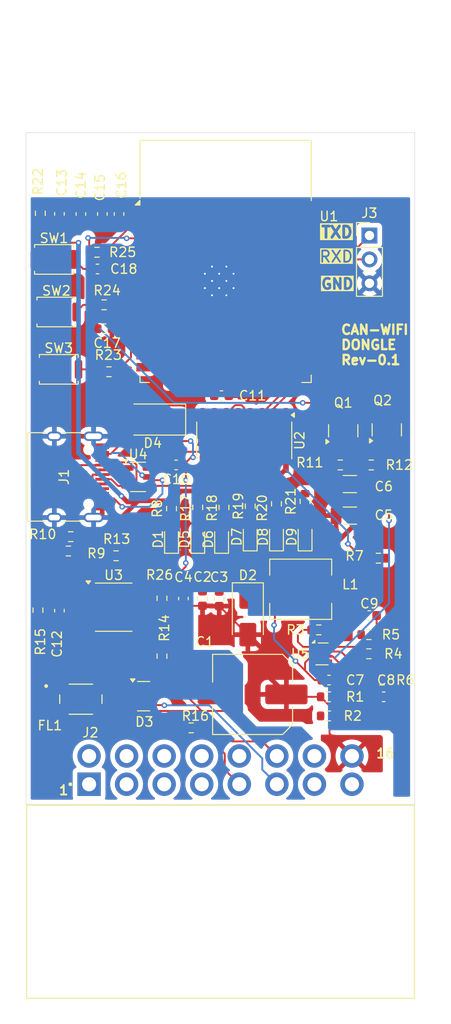
<source format=kicad_pcb>
(kicad_pcb (version 20241229) (generator "pcbnew") (generator_version "9.0")
  (layers (0 "F.Cu" signal) (2 "B.Cu" signal) (13 "F.Paste" user) (15 "B.Paste" user) (5 "F.SilkS" user "F.Silkscreen") (7 "B.SilkS" user "B.Silkscreen") (1 "F.Mask" user) (3 "B.Mask" user) (25 "Edge.Cuts" user))
  (net 0 "")
  (net 1 "GND")
  (net 2 "V_BATT")
  (net 3 "Net-(C5-Pad1)")
  (net 4 "Net-(U5-BST)")
  (net 5 "Net-(U5-SW)")
  (net 6 "Net-(U5-SS)")
  (net 7 "VOUT")
  (net 8 "Net-(C9-Pad1)")
  (net 9 "5V")
  (net 10 "Net-(U2-V3)")
  (net 11 "CAN_3V3")
  (net 12 "ESP_3V3")
  (net 13 "EN")
  (net 14 "Net-(D1-A)")
  (net 15 "CAN_L")
  (net 16 "CAN_H")
  (net 17 "V_BUS")
  (net 18 "Net-(D5-A)")
  (net 19 "Net-(D6-A)")
  (net 20 "Net-(D7-A)")
  (net 21 "Net-(D8-A)")
  (net 22 "Net-(D9-A)")
  (net 23 "Net-(U3-CANH)")
  (net 24 "Net-(U3-CANL)")
  (net 25 "Net-(J1-CC2)")
  (net 26 "USB_D-")
  (net 27 "Net-(J1-CC1)")
  (net 28 "USB_D+")
  (net 32 "EXT_GND")
  (net 44 "RXD")
  (net 45 "TXD")
  (net 46 "RTS")
  (net 47 "Net-(Q1-B)")
  (net 48 "DTR")
  (net 49 "100")
  (net 50 "Net-(Q2-B)")
  (net 51 "Net-(U5-PG)")
  (net 52 "Net-(U5-FB)")
  (net 53 "+3.3V")
  (net 54 "Net-(U3-Rs)")
  (net 55 "EXTRA{slash}LED{slash}I019")
  (net 56 "COMM{slash}LED{slash}I018")
  (net 57 "BT{slash}LED{slash}I025")
  (net 58 "WIFI{slash}LED{slash}I026")
  (net 59 "FAULT{slash}LED{slash}I027")
  (net 60 "SW1{slash}I012")
  (net 76 "CAN_TX")
  (net 81 "CAN_RX")
  (net 85 "D+")
  (net 92 "D-")
  (footprint "obc:COMTECH_C-OBD-II-16M" (layer "F.Cu") (at 88.756 116.48)
    (property "Reference" "J2")
    (property "Value" "C-OBD-II-16M")
  )
  (footprint "Diode_SMD:D_SMA" (layer "F.Cu") (at 95.536 77.724 180)
    (property "Reference" "D4")
    (property "Value" "SS34" (hide yes))
  )
  (footprint "Package_TO_SOT_SMD:SOT-23-6" (layer "F.Cu") (at 93.98 83.82)
    (property "Reference" "U4")
    (property "Value" "USBLC6-4SC6" (hide yes))
  )
  (footprint "Resistor_SMD:R_0603_1608Metric" (layer "F.Cu") (at 83.312 97.981 90)
    (property "Reference" "R15")
    (property "Value" "OE" (hide yes))
  )
  (footprint "LED_SMD:LED_0603_1608Metric" (layer "F.Cu") (at 111.76 90.1955 90)
    (property "Reference" "D9")
    (property "Value" "LED" (hide yes))
  )
  (footprint "Resistor_SMD:R_0603_1608Metric" (layer "F.Cu") (at 119.571 92.456)
    (property "Reference" "R7")
    (property "Value" "0E" (hide yes))
  )
  (footprint "Resistor_SMD:R_0603_1608Metric" (layer "F.Cu") (at 108.712 86.677 -90)
    (property "Reference" "R20")
    (property "Value" "1K" (hide yes))
  )
  (footprint "Resistor_SMD:R_0603_1608Metric" (layer "F.Cu") (at 114.237 107.188)
    (property "Reference" "R1")
    (property "Value" "191K" (hide yes))
  )
  (footprint "Capacitor_SMD:C_0603_1608Metric" (layer "F.Cu") (at 118.605 98.552 180)
    (property "Reference" "C9")
    (property "Value" "470pF" (hide yes))
  )
  (footprint "Package_SO:SOIC-16_3.9x9.9mm_P1.27mm" (layer "F.Cu") (at 105.283 79.945 -90)
    (property "Reference" "U2")
    (property "Value" "CH340C" (hide yes))
  )
  (footprint "Capacitor_SMD:C_0603_1608Metric" (layer "F.Cu") (at 120.129 107.188 180)
    (property "Reference" "C8")
    (property "Value" "22nF" (hide yes))
  )
  (footprint "Capacitor_SMD:C_0603_1608Metric" (layer "F.Cu") (at 98.806 96.748 90)
    (property "Reference" "C4")
    (property "Value" "0.1uF" (hide yes))
  )
  (footprint "Connector_PinHeader_2.54mm:PinHeader_1x03_P2.54mm_Vertical" (layer "F.Cu") (at 118.618 58.166)
    (property "Reference" "J3")
    (property "Value" "Conn_01x03_Pin" (hide yes))
  )
  (footprint "Capacitor_SMD:C_0603_1608Metric" (layer "F.Cu") (at 90.17 55.88 90)
    (property "Reference" "C15")
    (property "Value" "0.1uF" (hide yes))
  )
  (footprint "Resistor_SMD:R_0603_1608Metric" (layer "F.Cu") (at 83.566 55.804 90)
    (property "Reference" "R22")
    (property "Value" "OE" (hide yes))
  )
  (footprint "Capacitor_SMD:C_0603_1608Metric" (layer "F.Cu") (at 87.884 55.88 90)
    (property "Reference" "C14")
    (property "Value" "0.1uF" (hide yes))
  )
  (footprint "Capacitor_SMD:C_1206_3216Metric" (layer "F.Cu") (at 116.537 87.932 180)
    (property "Reference" "C5")
    (property "Value" "22uF" (hide yes))
  )
  (footprint "Button_Switch_SMD:SW_Push_SPST_NO_Alps_SKRK" (layer "F.Cu") (at 85.022 60.706)
    (property "Reference" "SW1")
    (property "Value" "SW_Push" (hide yes))
  )
  (footprint "Resistor_SMD:R_0603_1608Metric" (layer "F.Cu") (at 91.631 92.202)
    (property "Reference" "R13")
    (property "Value" "2.4K" (hide yes))
  )
  (footprint "Capacitor_SMD:C_0603_1608Metric" (layer "F.Cu") (at 85.598 98.031 90)
    (property "Reference" "C12")
    (property "Value" "0.1uF" (hide yes))
  )
  (footprint "Resistor_SMD:R_0603_1608Metric" (layer "F.Cu") (at 103.124 87.059 -90)
    (property "Reference" "R18")
    (property "Value" "1K" (hide yes))
  )
  (footprint "LED_SMD:LED_0603_1608Metric" (layer "F.Cu") (at 97.536 90.4495 90)
    (property "Reference" "D1")
    (property "Value" "LED" (hide yes))
  )
  (footprint "Resistor_SMD:R_0603_1608Metric" (layer "F.Cu") (at 89.599 59.944)
    (property "Reference" "R25")
    (property "Value" "10K" (hide yes))
  )
  (footprint "Resistor_SMD:R_0603_1608Metric" (layer "F.Cu") (at 118.555 102.616)
    (property "Reference" "R4")
    (property "Value" "10K" (hide yes))
  )
  (footprint "Resistor_SMD:R_0603_1608Metric" (layer "F.Cu") (at 90.869 72.644 180)
    (property "Reference" "R23")
    (property "Value" "10K" (hide yes))
  )
  (footprint "Resistor_SMD:R_0603_1608Metric" (layer "F.Cu") (at 114.237 109.22 180)
    (property "Reference" "R2")
    (property "Value" "49.9K" (hide yes))
  )
  (footprint "Capacitor_SMD:C_1206_3216Metric" (layer "F.Cu") (at 116.537 84.582 180)
    (property "Reference" "C6")
    (property "Value" "22uF" (hide yes))
  )
  (footprint "Resistor_SMD:R_0603_1608Metric" (layer "F.Cu") (at 100.33 87.059 -90)
    (property "Reference" "R17")
    (property "Value" "1K" (hide yes))
  )
  (footprint "Capacitor_SMD:C_Elec_8x10.2" (layer "F.Cu") (at 106.172 106.934 180)
    (property "Reference" "C1")
    (property "Value" "220uF")
  )
  (footprint "Resistor_SMD:R_0603_1608Metric" (layer "F.Cu") (at 96.52 96.711 -90)
    (property "Reference" "R26")
    (property "Value" "0E" (hide yes))
  )
  (footprint "Inductor_SMD:L_6.3x6.3_H3" (layer "F.Cu") (at 111.296 95.758)
    (property "Reference" "L1")
    (property "Value" "6.8uH" (hide yes))
  )
  (footprint "Package_TO_SOT_SMD:SOT-23" (layer "F.Cu") (at 94.5665 107.122)
    (property "Reference" "D3")
    (property "Value" "SZNUP2105L" (hide yes))
  )
  (footprint "Button_Switch_SMD:SW_Push_SPST_NO_Alps_SKRK" (layer "F.Cu") (at 85.276 66.294)
    (property "Reference" "SW2")
    (property "Value" "SW_Push" (hide yes))
  )
  (footprint "Resistor_SMD:R_0603_1608Metric" (layer "F.Cu") (at 86.805 90.17)
    (property "Reference" "R10")
    (property "Value" "5.1K" (hide yes))
  )
  (footprint "Button_Switch_SMD:SW_Push_SPST_NO_Alps_SKRK" (layer "F.Cu") (at 85.53 72.39)
    (property "Reference" "SW3")
    (property "Value" "SW_Push" (hide yes))
  )
  (footprint "Capacitor_SMD:C_0603_1608Metric" (layer "F.Cu") (at 102.616 96.774 90)
    (property "Reference" "C3")
    (property "Value" "10uF" (hide yes))
  )
  (footprint "Package_SO:SOIC-8_3.9x4.9mm_P1.27mm" (layer "F.Cu") (at 91.375 97.663)
    (property "Reference" "U3")
    (property "Value" "SN65HVD230" (hide yes))
  )
  (footprint "Package_TO_SOT_SMD:SOT-583-8" (layer "F.Cu") (at 113.56 102.628)
    (property "Reference" "U5")
    (property "Value" "MP2338GTL-P" (hide yes))
  )
  (footprint "Capacitor_SMD:C_0603_1608Metric" (layer "F.Cu") (at 90.411 68.072)
    (property "Reference" "C17")
    (property "Value" "0.1uF" (hide yes))
  )
  (footprint "Resistor_SMD:R_0603_1608Metric" (layer "F.Cu") (at 96.52 102.87 -90)
    (property "Reference" "R14")
    (property "Value" "120K" (hide yes))
  )
  (footprint "Resistor_SMD:R_0603_1608Metric" (layer "F.Cu") (at 105.918 86.931 -90)
    (property "Reference" "R19")
    (property "Value" "1K" (hide yes))
  )
  (footprint "Capacitor_SMD:C_0603_1608Metric" (layer "F.Cu") (at 100.838 96.748 90)
    (property "Reference" "C2")
    (property "Value" "10uF" (hide yes))
  )
  (footprint "Resistor_SMD:R_0603_1608Metric" (layer "F.Cu") (at 97.536 87.185 -90)
    (property "Reference" "R8")
    (property "Value" "1K" (hide yes))
  )
  (footprint "Package_TO_SOT_SMD:SOT-23" (layer "F.Cu") (at 115.824 78.9155 90)
    (property "Reference" "Q1")
    (property "Value" "SS8050" (hide yes))
  )
  (footprint "Package_TO_SOT_SMD:SOT-23" (layer "F.Cu") (at 120.462 78.8185 90)
    (property "Reference" "Q2")
    (property "Value" "SS8050" (hide yes))
  )
  (footprint "Resistor_SMD:R_0603_1608Metric" (layer "F.Cu") (at 113.221 100.076 180)
    (property "Reference" "R3")
    (property "Value" "100K" (hide yes))
  )
  (footprint "Capacitor_SMD:C_0603_1608Metric" (layer "F.Cu") (at 98.031 82.55)
    (property "Reference" "C10")
    (property "Value" "10uF" (hide yes))
  )
  (footprint "Capacitor_SMD:C_0603_1608Metric" (layer "F.Cu") (at 102.857 75.184)
    (property "Reference" "C11")
    (property "Value" "10nF" (hide yes))
  )
  (footprint "LED_SMD:LED_0603_1608Metric" (layer "F.Cu") (at 108.712 90.1955 90)
    (property "Reference" "D8")
    (property "Value" "LED" (hide yes))
  )
  (footprint "Connector_USB:USB_C_Receptacle_HRO_TYPE-C-31-M-12" (layer "F.Cu") (at 86.106 83.82 -90)
    (property "Reference" "J1")
    (property "Value" "USB_C_Receptacle_USB2.0_16P" (hide yes))
  )
  (footprint "Capacitor_SMD:C_0603_1608Metric" (layer "F.Cu") (at 91.948 55.88 90)
    (property "Reference" "C16")
    (property "Value" "0.1uF" (hide yes))
  )
  (footprint "LED_SMD:LED_0603_1608Metric" (layer "F.Cu") (at 100.33 90.4495 90)
    (property "Reference" "D5")
    (property "Value" "LED" (hide yes))
  )
  (footprint "RF_Module:ESP32-WROOM-32" (layer "F.Cu") (at 103.295 63.903)
    (property "Reference" "U1")
    (property "Value" "ESP32-WROOM-32")
  )
  (footprint "Capacitor_SMD:C_0603_1608Metric" (layer "F.Cu") (at 89.649 61.722)
    (property "Reference" "C18")
    (property "Value" "0.1uF" (hide yes))
  )
  (footprint "Resistor_SMD:R_0603_1608Metric" (layer "F.Cu") (at 90.361 65.532)
    (property "Reference" "R24")
    (property "Value" "10K" (hide yes))
  )
  (footprint "Resistor_SMD:R_0603_1608Metric" (layer "F.Cu") (at 111.76 86.423 -90)
    (property "Reference" "R21")
    (property "Value" "1K" (hide yes))
  )
  (footprint "Capacitor_SMD:C_0603_1608Metric" (layer "F.Cu") (at 114.313 105.41)
    (property "Reference" "C7")
    (property "Value" "0.1uF" (hide yes))
  )
  (footprint "Resistor_SMD:R_0603_1608Metric" (layer "F.Cu") (at 119.951 105.41 180)
    (property "Reference" "R6")
    (property "Value" "9.09K" (hide yes))
  )
  (footprint "Resistor_SMD:R_0603_1608Metric" (layer "F.Cu") (at 99.631 110.49 180)
    (property "Reference" "R16")
    (property "Value" "OE" (hide yes))
  )
  (footprint "Resistor_SMD:R_0603_1608Metric" (layer "F.Cu") (at 118.809 82.55 180)
    (property "Reference" "R12")
    (property "Value" "10k" (hide yes))
  )
  (footprint "Resistor_SMD:R_0603_1608Metric" (layer "F.Cu") (at 115.507 82.55)
    (property "Reference" "R11")
    (property "Value" "10k" (hide yes))
  )
  (footprint "Resistor_SMD:R_0603_1608Metric" (layer "F.Cu") (at 86.551 91.694)
    (property "Reference" "R9")
    (property "Value" "5.1K" (hide yes))
  )
  (footprint "LED_SMD:LED_0603_1608Metric" (layer "F.Cu") (at 102.87 90.4495 90)
    (property "Reference" "D6")
    (property "Value" "LED" (hide yes))
  )
  (footprint "atm:FIL_ACT45B-510-2P-TL003" (layer "F.Cu") (at 87.884 107.442)
    (property "Reference" "FL1")
    (property "Value" "ACT45B-510-2P-TL003" (hide yes))
  )
  (footprint "Capacitor_SMD:C_0603_1608Metric" (layer "F.Cu") (at 85.598 55.867 90)
    (property "Reference" "C13")
    (property "Value" "0.1uF" (hide yes))
  )
  (footprint "LED_SMD:LED_0603_1608Metric" (layer "F.Cu") (at 105.918 90.1955 90)
    (property "Reference" "D7")
    (property "Value" "LED" (hide yes))
  )
  (footprint "Diode_SMD:D_SMA" (layer "F.Cu") (at 105.664 98.584 -90)
    (property "Reference" "D2")
    (property "Value" "SMAJ15CA" (hide yes))
  )
  (footprint "Resistor_SMD:R_0603_1608Metric" (layer "F.Cu") (at 118.555 100.584 180)
    (property "Reference" "R5")
    (property "Value" "51K" (hide yes))
  )
  (gr_rect (start 82.042 47.244) (end 123.444 118.618) (stroke (width 0.05)) (fill no) (layer "Edge.Cuts"))
  (gr_text "1" (at 85.4456 117.7036 0) (layer "F.SilkS") (effects (font (size 1 1) (thickness 0.2) (bold yes)) (justify left bottom)))
  (gr_text "TXD" (at 113.3348 58.5216 0) (layer "F.SilkS" knockout) (effects (font (size 1.2 1.2) (thickness 0.3) (bold yes)) (justify left bottom)))
  (gr_text "GND" (at 113.3348 63.9572 0) (layer "F.SilkS" knockout) (effects (font (size 1.1 1.1) (thickness 0.275) (bold yes)) (justify left bottom)))
  (gr_text "RXD" (at 113.1824 61.1124 0) (layer "F.SilkS" knockout) (effects (font (size 1.2 1.2) (thickness 0.1875)) (justify left bottom)))
  (gr_text "CAN-WIFI\nDONGLE\nRev-0.1" (at 115.4684 71.9836 0) (layer "F.SilkS") (effects (font (size 1 1) (thickness 0.25) (bold yes)) (justify left bottom)))
  (gr_text "16" (at 119.2276 113.792 0) (layer "F.SilkS") (effects (font (size 1 1) (thickness 0.2) (bold yes)) (justify left bottom)))
  (segment (start 100.838 97.523) (end 98.806 97.523) (width 0.2) (layer "F.Cu") (net 2))
  (segment (start 114.361 108.137) (end 113.412 107.188) (width 0.2) (layer "F.Cu") (net 2))
  (segment (start 98.793 97.536) (end 98.806 97.523) (width 0.2) (layer "F.Cu") (net 2))
  (segment (start 114.361 111.085) (end 114.361 108.137) (width 0.2) (layer "F.Cu") (net 2))
  (segment (start 109.772 106.934) (end 107.442 104.604) (width 0.5) (layer "F.Cu") (net 2))
  (segment (start 102.629 97.549) (end 102.616 97.549) (width 0.2) (layer "F.Cu") (net 2))
  (segment (start 102.616 97.549) (end 100.864 97.549) (width 0.2) (layer "F.Cu") (net 2))
  (segment (start 112.82 102.378) (end 107.458 102.378) (width 0.2) (layer "F.Cu") (net 2))
  (segment (start 116.756 113.48) (end 114.361 111.085) (width 0.2) (layer "F.Cu") (net 2))
  (segment (start 105.664 100.584) (end 102.629 97.549) (width 0.2) (layer "F.Cu") (net 2))
  (segment (start 113.412 107.188) (end 110.026 107.188) (width 0.2) (layer "F.Cu") (net 2))
  (segment (start 96.52 97.536) (end 98.793 97.536) (width 0.2) (layer "F.Cu") (net 2))
  (segment (start 107.442 104.604) (end 107.442 102.362) (width 0.5) (layer "F.Cu") (net 2))
  (segment (start 107.442 102.362) (end 105.664 100.584) (width 0.5) (layer "F.Cu") (net 2))
  (segment (start 100.864 97.549) (end 100.838 97.523) (width 0.2) (layer "F.Cu") (net 2))
  (segment (start 110.026 107.188) (end 109.772 106.934) (width 0.2) (layer "F.Cu") (net 2))
  (segment (start 107.458 102.378) (end 107.442 102.362) (width 0.2) (layer "F.Cu") (net 2))
  (segment (start 118.012 87.932) (end 118.012 84.582) (width 0.5) (layer "F.Cu") (net 3))
  (segment (start 114.046 95.758) (end 114.046 91.898) (width 0.5) (layer "F.Cu") (net 3))
  (segment (start 114.046 91.898) (end 118.012 87.932) (width 0.5) (layer "F.Cu") (net 3))
  (segment (start 115.088 105.41) (end 115.088 104.166) (width 0.2) (layer "F.Cu") (net 4))
  (segment (start 115.088 104.166) (end 114.3 103.378) (width 0.2) (layer "F.Cu") (net 4))
  (segment (start 108.546 99.48) (end 108.458 99.568) (width 0.2) (layer "F.Cu") (net 5))
  (segment (start 108.546 95.758) (end 108.546 99.48) (width 0.2) (layer "F.Cu") (net 5))
  (segment (start 110.744 103.378) (end 112.776 105.41) (width 0.2) (layer "F.Cu") (net 5))
  (segment (start 111.76 103.555226) (end 112.437226 102.878) (width 0.2) (layer "F.Cu") (net 5))
  (segment (start 112.437226 102.878) (end 112.82 102.878) (width 0.2) (layer "F.Cu") (net 5))
  (segment (start 111.76 104.394) (end 111.76 103.555226) (width 0.2) (layer "F.Cu") (net 5))
  (segment (start 112.776 105.41) (end 113.538 105.41) (width 0.2) (layer "F.Cu") (net 5))
  (segment (start 112.776 105.41) (end 111.76 104.394) (width 0.2) (layer "F.Cu") (net 5))
  (via (at 110.744 103.378) (size 0.6) (drill 0.3) (layers "F.Cu" "B.Cu") (net 5))
  (via (at 108.458 99.568) (size 0.6) (drill 0.3) (layers "F.Cu" "B.Cu") (net 5))
  (segment (start 110.744 103.378) (end 110.49 103.378) (width 0.2) (layer "B.Cu") (net 5))
  (segment (start 108.458 101.092) (end 110.744 103.378) (width 0.2) (layer "B.Cu") (net 5))
  (segment (start 108.458 99.568) (end 108.458 101.092) (width 0.2) (layer "B.Cu") (net 5))
  (segment (start 115.586 102.378) (end 116.586 103.378) (width 0.2) (layer "F.Cu") (net 6))
  (segment (start 116.586 103.378) (end 116.586 104.42) (width 0.2) (layer "F.Cu") (net 6))
  (segment (start 116.586 104.42) (end 119.354 107.188) (width 0.2) (layer "F.Cu") (net 6))
  (segment (start 114.3 102.378) (end 115.586 102.378) (width 0.2) (layer "F.Cu") (net 6))
  (segment (start 119.38 100.584) (end 119.38 98.552) (width 0.2) (layer "F.Cu") (net 8))
  (segment (start 119.126 102.87) (end 119.38 102.616) (width 0.2) (layer "F.Cu") (net 8))
  (segment (start 119.126 105.41) (end 119.126 102.87) (width 0.2) (layer "F.Cu") (net 8))
  (segment (start 119.38 102.616) (end 119.38 100.584) (width 0.2) (layer "F.Cu") (net 8))
  (segment (start 99.06 82.804) (end 98.806 82.55) (width 0.2) (layer "F.Cu") (net 9))
  (segment (start 98.298 80.01) (end 99.568 80.01) (width 0.2) (layer "F.Cu") (net 9))
  (segment (start 97.79 79.502) (end 98.298 80.01) (width 0.2) (layer "F.Cu") (net 9))
  (segment (start 97.536 77.724) (end 97.536 79.248) (width 0.2) (layer "F.Cu") (net 9))
  (segment (start 97.536 79.248) (end 97.79 79.502) (width 0.2) (layer "F.Cu") (net 9))
  (segment (start 99.06 84.17) (end 99.06 82.804) (width 0.2) (layer "F.Cu") (net 9))
  (segment (start 99.822 81.744) (end 99.612 81.744) (width 0.2) (layer "F.Cu") (net 9))
  (segment (start 96.52 95.886) (end 99.06 93.346) (width 0.2) (layer "F.Cu") (net 9))
  (segment (start 99.612 81.744) (end 98.806 82.55) (width 0.2) (layer "F.Cu") (net 9))
  (segment (start 99.06 93.346) (end 99.06 92.964) (width 0.2) (layer "F.Cu") (net 9))
  (via (at 99.822 81.744) (size 0.6) (drill 0.3) (layers "F.Cu" "B.Cu") (net 9))
  (via (at 99.06 84.17) (size 0.6) (drill 0.3) (layers "F.Cu" "B.Cu") (net 9))
  (via (at 99.568 80.01) (size 0.6) (drill 0.3) (layers "F.Cu" "B.Cu") (net 9))
  (via (at 99.06 92.964) (size 0.6) (drill 0.3) (layers "F.Cu" "B.Cu") (net 9))
  (segment (start 99.06 84.328) (end 99.218 84.17) (width 0.2) (layer "B.Cu") (net 9))
  (segment (start 99.822 80.264) (end 99.822 81.744) (width 0.2) (layer "B.Cu") (net 9))
  (segment (start 99.218 84.17) (end 99.06 84.17) (width 0.2) (layer "B.Cu") (net 9))
  (segment (start 99.06 92.964) (end 99.06 84.328) (width 0.2) (layer "B.Cu") (net 9))
  (segment (start 99.568 80.01) (end 99.822 80.264) (width 0.2) (layer "B.Cu") (net 9))
  (segment (start 83.312 97.156) (end 85.498 97.156) (width 0.2) (layer "F.Cu") (net 11))
  (segment (start 85.498 97.156) (end 85.598 97.256) (width 0.2) (layer "F.Cu") (net 11))
  (segment (start 88.9 98.298) (end 86.64 98.298) (width 0.2) (layer "F.Cu") (net 11))
  (segment (start 86.64 98.298) (end 85.598 97.256) (width 0.2) (layer "F.Cu") (net 11))
  (segment (start 91.948 65.532) (end 91.186 65.532) (width 0.2) (layer "F.Cu") (net 12))
  (segment (start 93.766 56.923) (end 91.948 55.105) (width 0.2) (layer "F.Cu") (net 12))
  (segment (start 91.186 59.182) (end 91.313 59.055) (width 0.2) (layer "F.Cu") (net 12))
  (segment (start 93.445 56.923) (end 94.545 56.923) (width 0.2) (layer "F.Cu") (net 12))
  (segment (start 91.186 65.532) (end 91.186 59.182) (width 0.2) (layer "F.Cu") (net 12))
  (segment (start 91.313 59.055) (end 93.445 56.923) (width 0.2) (layer "F.Cu") (net 12))
  (segment (start 93.218 66.802) (end 91.948 65.532) (width 0.2) (layer "F.Cu") (net 12))
  (segment (start 91.822 54.979) (end 91.948 55.105) (width 0.2) (layer "F.Cu") (net 12))
  (segment (start 83.566 54.979) (end 91.822 54.979) (width 0.2) (layer "F.Cu") (net 12))
  (segment (start 90.424 59.944) (end 91.313 59.055) (width 0.2) (layer "F.Cu") (net 12))
  (segment (start 91.694 72.644) (end 93.218 71.12) (width 0.2) (layer "F.Cu") (net 12))
  (segment (start 94.545 56.923) (end 93.766 56.923) (width 0.2) (layer "F.Cu") (net 12))
  (segment (start 93.218 71.12) (end 93.218 66.802) (width 0.2) (layer "F.Cu") (net 12))
  (segment (start 88.774 59.944) (end 88.774 58.548) (width 0.2) (layer "F.Cu") (net 13))
  (segment (start 120.7516 88.4428) (end 120.7008 88.4428) (width 0.2) (layer "F.Cu") (net 13))
  (segment (start 115.824 77.978) (end 113.792 75.946) (width 0.2) (layer "F.Cu") (net 13))
  (segment (start 87.122 60.706) (end 88.138 61.722) (width 0.2) (layer "F.Cu") (net 13))
  (segment (start 87.376 66.294) (end 88.138 65.532) (width 0.2) (layer "F.Cu") (net 13))
  (segment (start 88.874 64.87) (end 89.536 65.532) (width 0.2) (layer "F.Cu") (net 13))
  (segment (start 88.874 61.722) (end 88.874 64.87) (width 0.2) (layer "F.Cu") (net 13))
  (segment (start 120.7008 79.565332) (end 120.7008 88.4428) (width 0.2) (layer "F.Cu") (net 13))
  (segment (start 88.138 61.722) (end 88.874 61.722) (width 0.2) (layer "F.Cu") (net 13))
  (segment (start 94.274735 58.463265) (end 94.545 58.193) (width 0.2) (layer "F.Cu") (net 13))
  (segment (start 89.636 68.072) (end 89.636 65.632) (width 0.2) (layer "F.Cu") (net 13))
  (segment (start 88.138 65.532) (end 89.536 65.532) (width 0.2) (layer "F.Cu") (net 13))
  (segment (start 113.792 75.946) (end 111.506 75.946) (width 0.2) (layer "F.Cu") (net 13))
  (segment (start 115.062 109.22) (end 115.062 107.188) (width 0.2) (layer "F.Cu") (net 13))
  (segment (start 92.753265 58.463265) (end 94.274735 58.463265) (width 0.2) (layer "F.Cu") (net 13))
  (segment (start 119.113468 77.978) (end 120.7008 79.565332) (width 0.2) (layer "F.Cu") (net 13))
  (segment (start 89.636 65.632) (end 89.536 65.532) (width 0.2) (layer "F.Cu") (net 13))
  (segment (start 120.7516 88.4428) (end 120.8024 88.4936) (width 0.2) (layer "F.Cu") (net 13))
  (segment (start 115.824 77.978) (end 119.113468 77.978) (width 0.2) (layer "F.Cu") (net 13))
  (segment (start 114.682774 102.878) (end 116.078 104.273226) (width 0.2) (layer "F.Cu") (net 13))
  (segment (start 88.774 58.548) (end 88.646 58.42) (width 0.2) (layer "F.Cu") (net 13))
  (segment (start 116.078 104.273226) (end 116.078 106.172) (width 0.2) (layer "F.Cu") (net 13))
  (segment (start 120.7008 88.4428) (end 120.7008 88.4808) (width 0.2) (layer "F.Cu") (net 13))
  (segment (start 114.3 102.878) (end 114.682774 102.878) (width 0.2) (layer "F.Cu") (net 13))
  (segment (start 116.078 106.172) (end 115.062 107.188) (width 0.2) (layer "F.Cu") (net 13))
  (via (at 88.646 58.42) (size 0.6) (drill 0.3) (layers "F.Cu" "B.Cu") (net 13))
  (via (at 120.7008 88.4428) (size 0.6) (drill 0.3) (layers "F.Cu" "B.Cu") (net 13))
  (via (at 111.506 75.946) (size 0.6) (drill 0.3) (layers "F.Cu" "B.Cu") (net 13))
  (via (at 92.753265 58.463265) (size 0.6) (drill 0.3) (layers "F.Cu" "B.Cu") (net 13))
  (segment (start 97.79 75.946) (end 89.916 68.072) (width 0.2) (layer "B.Cu") (net 13))
  (segment (start 120.7008 97.282) (end 114.9604 103.0224) (width 0.2) (layer "B.Cu") (net 13))
  (segment (start 111.506 75.946) (end 97.79 75.946) (width 0.2) (layer "B.Cu") (net 13))
  (segment (start 88.646 58.42) (end 92.71 58.42) (width 0.2) (layer "B.Cu") (net 13))
  (segment (start 92.71 58.42) (end 92.753265 58.463265) (width 0.2) (layer "B.Cu") (net 13))
  (segment (start 120.7008 88.4428) (end 120.7008 97.282) (width 0.2) (layer "B.Cu") (net 13))
  (segment (start 97.536 89.662) (end 97.536 88.01) (width 0.2) (layer "F.Cu") (net 14))
  (segment (start 103.98084 111.929) (end 107.205 111.929) (width 0.2) (layer "F.Cu") (net 15))
  (segment (start 93.629 106.172) (end 98.22384 106.172) (width 0.2) (layer "F.Cu") (net 15))
  (segment (start 89.8391 104.902) (end 88.22655 106.51455) (width 0.2) (layer "F.Cu") (net 15))
  (segment (start 88.22655 106.51455) (end 90.159 108.447) (width 0.2) (layer "F.Cu") (net 15))
  (segment (start 90.159 108.692) (end 103.968 108.692) (width 0.2) (layer "F.Cu") (net 15))
  (segment (start 92.359 104.902) (end 89.8391 104.902) (width 0.2) (layer "F.Cu") (net 15))
  (segment (start 90.159 108.447) (end 90.159 108.692) (width 0.2) (layer "F.Cu") (net 15))
  (segment (start 107.205 111.929) (end 108.756 113.48) (width 0.2) (layer "F.Cu") (net 15))
  (segment (start 93.629 106.172) (end 92.359 104.902) (width 0.2) (layer "F.Cu") (net 15))
  (segment (start 103.968 108.692) (end 108.756 113.48) (width 0.2) (layer "F.Cu") (net 15))
  (segment (start 98.22384 106.172) (end 103.98084 111.929) (width 0.2) (layer "F.Cu") (net 15))
  (segment (start 96.774 108.291) (end 96.774 108.092) (width 0.2) (layer "F.Cu") (net 16))
  (segment (start 96.555 108.072) (end 96.774 108.291) (width 0.2) (layer "F.Cu") (net 16))
  (segment (start 93.629 108.072) (end 92.039 108.072) (width 0.2) (layer "F.Cu") (net 16))
  (segment (start 92.039 108.072) (end 90.159 106.192) (width 0.2) (layer "F.Cu") (net 16))
  (segment (start 96.774 108.092) (end 96.799 108.117) (width 0.2) (layer "F.Cu") (net 16))
  (segment (start 93.629 108.072) (end 96.555 108.072) (width 0.2) (layer "F.Cu") (net 16))
  (via (at 96.774 108.092) (size 0.6) (drill 0.3) (layers "F.Cu" "B.Cu") (net 16))
  (segment (start 107.205 113.735554) (end 107.205 114.929) (width 0.2) (layer "B.Cu") (net 16))
  (segment (start 96.774 108.092) (end 101.561446 108.092) (width 0.2) (layer "B.Cu") (net 16))
  (segment (start 101.561446 108.092) (end 107.205 113.735554) (width 0.2) (layer "B.Cu") (net 16))
  (segment (start 107.205 114.929) (end 108.756 116.48) (width 0.2) (layer "B.Cu") (net 16))
  (segment (start 95.1175 83.82) (end 94.584841 83.82) (width 0.2) (layer "F.Cu") (net 17))
  (segment (start 91.225731 86.27) (end 90.151 86.27) (width 0.2) (layer "F.Cu") (net 17))
  (segment (start 91.392535 86.103196) (end 92.283379 86.994041) (width 0.2) (layer "F.Cu") (net 17))
  (segment (start 91.392535 86.103196) (end 91.225731 86.27) (width 0.2) (layer "F.Cu") (net 17))
  (segment (start 95.4675 84.17) (end 95.1175 83.82) (width 0.2) (layer "F.Cu") (net 17))
  (segment (start 93.536 78.91) (end 93.536 77.724) (width 0.2) (layer "F.Cu") (net 17))
  (segment (start 91.076 81.37) (end 93.536 78.91) (width 0.2) (layer "F.Cu") (net 17))
  (segment (start 90.151 81.37) (end 91.076 81.37) (width 0.2) (layer "F.Cu") (net 17))
  (segment (start 94.584841 83.82) (end 94.406 83.641159) (width 0.2) (layer "F.Cu") (net 17))
  (segment (start 96.5708 84.17) (end 95.4675 84.17) (width 0.2) (layer "F.Cu") (net 17))
  (via (at 94.406 83.641159) (size 0.6) (drill 0.3) (layers "F.Cu" "B.Cu") (net 17))
  (via (at 92.283379 86.994041) (size 0.6) (drill 0.3) (layers "F.Cu" "B.Cu") (net 17))
  (via (at 96.5708 84.17) (size 0.6) (drill 0.3) (layers "F.Cu" "B.Cu") (net 17))
  (segment (start 96.5764 84.3732) (end 96.5708 84.3788) (width 0.2) (layer "B.Cu") (net 17))
  (segment (start 96.5708 84.17) (end 96.5764 84.1756) (width 0.2) (layer "B.Cu") (net 17))
  (segment (start 92.283379 86.994041) (end 95.174759 86.994041) (width 0.2) (layer "B.Cu") (net 17))
  (segment (start 95.174759 86.994041) (end 96.5708 85.598) (width 0.2) (layer "B.Cu") (net 17))
  (segment (start 94.406 83.641159) (end 92.044841 81.28) (width 0.2) (layer "B.Cu") (net 17))
  (segment (start 96.5708 84.17) (end 96.5708 84.0232) (width 0.2) (layer "B.Cu") (net 17))
  (segment (start 96.5764 84.1756) (end 96.5764 84.3732) (width 0.2) (layer "B.Cu") (net 17))
  (segment (start 92.044841 81.28) (end 91.186 81.28) (width 0.2) (layer "B.Cu") (net 17))
  (segment (start 96.5708 85.598) (end 96.5708 84.3788) (width 0.2) (layer "B.Cu") (net 17))
  (segment (start 100.33 87.884) (end 100.33 89.662) (width 0.2) (layer "F.Cu") (net 18))
  (segment (start 103.124 89.408) (end 102.87 89.662) (width 0.2) (layer "F.Cu") (net 19))
  (segment (start 103.124 87.884) (end 103.124 89.408) (width 0.2) (layer "F.Cu") (net 19))
  (segment (start 105.918 89.408) (end 105.918 87.756) (width 0.2) (layer "F.Cu") (net 20))
  (segment (start 108.712 89.408) (end 108.712 87.502) (width 0.2) (layer "F.Cu") (net 21))
  (segment (start 111.76 89.408) (end 111.76 87.248) (width 0.2) (layer "F.Cu") (net 22))
  (segment (start 94.488 97.028) (end 93.85 97.028) (width 0.2) (layer "F.Cu") (net 23))
  (segment (start 97.536 102.679) (end 97.536 100.076) (width 0.2) (layer "F.Cu") (net 23))
  (segment (start 85.609 106.192) (end 87.356 106.192) (width 0.2) (layer "F.Cu") (net 23))
  (segment (start 91.694 101.854) (end 91.694 98.552) (width 0.2) (layer "F.Cu") (net 23))
  (segment (start 91.694 98.552) (end 93.218 97.028) (width 0.2) (layer "F.Cu") (net 23))
  (segment (start 97.536 100.076) (end 94.488 97.028) (width 0.2) (layer "F.Cu") (net 23))
  (segment (start 93.218 97.028) (end 93.85 97.028) (width 0.2) (layer "F.Cu") (net 23))
  (segment (start 87.356 106.192) (end 91.694 101.854) (width 0.2) (layer "F.Cu") (net 23))
  (segment (start 96.52 103.695) (end 97.536 102.679) (width 0.2) (layer "F.Cu") (net 23))
  (segment (start 92.574 99.178) (end 92.456 99.06) (width 0.2) (layer "F.Cu") (net 24))
  (segment (start 87.63 107.696) (end 87.63 106.544) (width 0.2) (layer "F.Cu") (net 24))
  (segment (start 92.456 99.06) (end 93.218 98.298) (width 0.2) (layer "F.Cu") (net 24))
  (segment (start 92.574 101.736) (end 92.574 101.6) (width 0.2) (layer "F.Cu") (net 24))
  (segment (start 93.019 102.045) (end 92.574 101.6) (width 0.2) (layer "F.Cu") (net 24))
  (segment (start 87.63 106.544) (end 92.574 101.6) (width 0.2) (layer "F.Cu") (net 24))
  (segment (start 93.218 98.298) (end 93.85 98.298) (width 0.2) (layer "F.Cu") (net 24))
  (segment (start 92.574 101.6) (end 92.574 99.178) (width 0.2) (layer "F.Cu") (net 24))
  (segment (start 86.634 108.692) (end 87.63 107.696) (width 0.2) (layer "F.Cu") (net 24))
  (segment (start 96.52 102.045) (end 93.019 102.045) (width 0.2) (layer "F.Cu") (net 24))
  (segment (start 85.609 108.692) (end 86.634 108.692) (width 0.2) (layer "F.Cu") (net 24))
  (segment (start 85.98 90.17) (end 87.435215 88.714785) (width 0.2) (layer "F.Cu") (net 25))
  (segment (start 87.435215 88.714785) (end 87.435215 87.024777) (width 0.2) (layer "F.Cu") (net 25))
  (segment (start 87.435215 87.024777) (end 88.889992 85.57) (width 0.2) (layer "F.Cu") (net 25))
  (segment (start 88.889992 85.57) (end 90.151 85.57) (width 0.2) (layer "F.Cu") (net 25))
  (segment (start 91.828 84.77) (end 91.128 84.07) (width 0.2) (layer "F.Cu") (net 26))
  (segment (start 93.806 82.529032) (end 93.806 84.502) (width 0.2) (layer "F.Cu") (net 26))
  (segment (start 93.806 84.502) (end 93.538 84.77) (width 0.2) (layer "F.Cu") (net 26))
  (segment (start 92.8425 84.77) (end 91.828 84.77) (width 0.2) (layer "F.Cu") (net 26))
  (segment (start 93.538 84.77) (end 92.8425 84.77) (width 0.2) (layer "F.Cu") (net 26))
  (segment (start 91.128 84.07) (end 90.151 84.07) (width 0.2) (layer "F.Cu") (net 26))
  (segment (start 90.151 83.07) (end 91.0609 83.07) (width 0.2) (layer "F.Cu") (net 26))
  (segment (start 91.0609 83.07) (end 91.8619 82.269) (width 0.2) (layer "F.Cu") (net 26))
  (segment (start 93.545968 82.269) (end 93.806 82.529032) (width 0.2) (layer "F.Cu") (net 26))
  (segment (start 91.8619 82.269) (end 93.545968 82.269) (width 0.2) (layer "F.Cu") (net 26))
  (segment (start 86.086 82.57) (end 90.151 82.57) (width 0.2) (layer "F.Cu") (net 27))
  (segment (start 82.897 88.865) (end 82.897 85.759) (width 0.2) (layer "F.Cu") (net 27))
  (segment (start 82.897 85.759) (end 86.086 82.57) (width 0.2) (layer "F.Cu") (net 27))
  (segment (start 85.726 91.694) (end 82.897 88.865) (width 0.2) (layer "F.Cu") (net 27))
  (segment (start 91.128 83.57) (end 90.151 83.57) (width 0.2) (layer "F.Cu") (net 28))
  (segment (start 92.8425 82.87) (end 91.828 82.87) (width 0.2) (layer "F.Cu") (net 28))
  (segment (start 91.828 82.87) (end 91.128 83.57) (width 0.2) (layer "F.Cu") (net 28))
  (segment (start 89.174 84.57) (end 89.125 84.521) (width 0.2) (layer "F.Cu") (net 28))
  (segment (start 89.125 83.603) (end 89.158 83.57) (width 0.2) (layer "F.Cu") (net 28))
  (segment (start 89.158 83.57) (end 90.151 83.57) (width 0.2) (layer "F.Cu") (net 28))
  (segment (start 89.125 84.521) (end 89.125 83.603) (width 0.2) (layer "F.Cu") (net 28))
  (segment (start 90.151 84.57) (end 89.174 84.57) (width 0.2) (layer "F.Cu") (net 28))
  (segment (start 103.205 114.929) (end 104.756 116.48) (width 0.2) (layer "F.Cu") (net 32))
  (segment (start 103.205 113.239) (end 103.205 114.929) (width 0.2) (layer "F.Cu") (net 32))
  (segment (start 100.456 110.49) (end 103.205 113.239) (width 0.2) (layer "F.Cu") (net 32))
  (segment (start 118.618 60.706) (end 112.072 60.706) (width 0.2) (layer "F.Cu") (net 44))
  (segment (start 115.57 70.44) (end 115.57 63.308) (width 0.2) (layer "F.Cu") (net 44))
  (segment (start 108.458 76.495001) (end 112.039001 72.914) (width 0.2) (layer "F.Cu") (net 44))
  (segment (start 112.995 60.733) (end 112.045 60.733) (width 0.2) (layer "F.Cu") (net 44))
  (segment (start 112.039001 72.914) (end 113.096 72.914) (width 0.2) (layer "F.Cu") (net 44))
  (segment (start 113.096 72.914) (end 115.57 70.44) (width 0.2) (layer "F.Cu") (net 44))
  (segment (start 115.57 63.308) (end 112.995 60.733) (width 0.2) (layer "F.Cu") (net 44))
  (segment (start 108.458 77.47) (end 108.458 76.495001) (width 0.2) (layer "F.Cu") (net 44))
  (segment (start 112.072 60.706) (end 112.045 60.733) (width 0.2) (layer "F.Cu") (net 44))
  (segment (start 112.045 59.463) (end 117.321 59.463) (width 0.2) (layer "F.Cu") (net 45))
  (segment (start 107.188 77.47) (end 107.188 77.042) (width 0.2) (layer "F.Cu") (net 45))
  (segment (start 117.321 59.463) (end 118.618 58.166) (width 0.2) (layer "F.Cu") (net 45))
  (segment (start 107.188 77.042) (end 109.982 74.248) (width 0.2) (layer "F.Cu") (net 45))
  (segment (start 109.982 74.248) (end 109.982 60.576) (width 0.2) (layer "F.Cu") (net 45))
  (segment (start 111.095 59.463) (end 112.045 59.463) (width 0.2) (layer "F.Cu") (net 45))
  (segment (start 109.982 60.576) (end 111.095 59.463) (width 0.2) (layer "F.Cu") (net 45))
  (segment (start 116.332 82.55) (end 116.332 81.311) (width 0.2) (layer "F.Cu") (net 47))
  (segment (start 116.332 81.311) (end 114.874 79.853) (width 0.2) (layer "F.Cu") (net 47))
  (segment (start 119.512 79.756) (end 117.984 81.284) (width 0.2) (layer "F.Cu") (net 50))
  (segment (start 117.984 81.284) (end 117.984 82.55) (width 0.2) (layer "F.Cu") (net 50))
  (segment (start 110.998 100.584) (end 110.998 101.346) (width 0.2) (layer "F.Cu") (net 51))
  (segment (start 112.396 100.076) (end 111.506 100.076) (width 0.2) (layer "F.Cu") (net 51))
  (segment (start 111.53 101.878) (end 112.82 101.878) (width 0.2) (layer "F.Cu") (net 51))
  (segment (start 111.506 100.076) (end 110.998 100.584) (width 0.2) (layer "F.Cu") (net 51))
  (segment (start 110.998 101.346) (end 111.53 101.878) (width 0.2) (layer "F.Cu") (net 51))
  (segment (start 116.992 101.878) (end 117.73 102.616) (width 0.2) (layer "F.Cu") (net 52))
  (segment (start 114.3 101.878) (end 116.992 101.878) (width 0.2) (layer "F.Cu") (net 52))
  (segment (start 90.176 98.638968) (end 89.847968 98.967) (width 0.2) (layer "F.Cu") (net 53))
  (segment (start 86.6845 93.6555) (end 86.6845 96.497468) (width 0.5) (layer "F.Cu") (net 53))
  (segment (start 93.98 86.36) (end 93.853 86.487) (width 0.5) (layer "F.Cu") (net 53))
  (segment (start 86.66211 98.967) (end 86.07211 99.557) (width 0.2) (layer "F.Cu") (net 53))
  (segment (start 83.566 56.629) (end 85.865 58.928) (width 0.2) (layer "F.Cu") (net 53))
  (segment (start 117.856 92.456) (end 116.332 90.932) (width 0.2) (layer "F.Cu") (net 53))
  (segment (start 92.837 86.487) (end 92.202 85.852) (width 0.5) (layer "F.Cu") (net 53))
  (segment (start 109.728 82.9791) (end 109.728 82.42) (width 0.5) (layer "F.Cu") (net 53))
  (segment (start 87.884032 97.697) (end 89.915968 97.697) (width 0.2) (layer "F.Cu") (net 53))
  (segment (start 97.536 86.36) (end 93.98 86.36) (width 0.5) (layer "F.Cu") (net 53))
  (segment (start 118.746 92.456) (end 117.856 92.456) (width 0.2) (layer "F.Cu") (net 53))
  (segment (start 86.6845 96.497468) (end 87.884032 97.697) (width 0.2) (layer "F.Cu") (net 53))
  (segment (start 98.575 85.321) (end 105.133 85.321) (width 0.5) (layer "F.Cu") (net 53))
  (segment (start 97.536 86.36) (end 98.575 85.321) (width 0.5) (layer "F.Cu") (net 53))
  (segment (start 108.8611 83.846) (end 109.728 82.9791) (width 0.5) (layer "F.Cu") (net 53))
  (segment (start 116.332 90.678) (end 116.332 90.932) (width 0.2) (layer "F.Cu") (net 53))
  (segment (start 106.654 83.846) (end 108.8611 83.846) (width 0.5) (layer "F.Cu") (net 53))
  (segment (start 89.915968 97.697) (end 90.176 97.957032) (width 0.2) (layer "F.Cu") (net 53))
  (segment (start 89.847968 98.967) (end 86.66211 98.967) (width 0.2) (layer "F.Cu") (net 53))
  (segment (start 93.853 86.487) (end 86.6845 93.6555) (width 0.5) (layer "F.Cu") (net 53))
  (segment (start 105.156 85.344) (end 106.654 83.846) (width 0.5) (layer "F.Cu") (net 53))
  (segment (start 90.176 97.957032) (end 90.176 98.638968) (width 0.2) (layer "F.Cu") (net 53))
  (segment (start 86.07211 99.557) (end 84.063 99.557) (width 0.2) (layer "F.Cu") (net 53))
  (segment (start 116.332 90.932) (end 116.078 90.932) (width 0.2) (layer "F.Cu") (net 53))
  (segment (start 105.133 85.321) (end 105.156 85.344) (width 0.5) (layer "F.Cu") (net 53))
  (segment (start 92.202 85.852) (end 92.329 85.979) (width 0.5) (layer "F.Cu") (net 53))
  (segment (start 84.063 99.557) (end 83.312 98.806) (width 0.2) (layer "F.Cu") (net 53))
  (segment (start 85.865 58.928) (end 87.63 58.928) (width 0.2) (layer "F.Cu") (net 53))
  (segment (start 93.853 86.487) (end 92.837 86.487) (width 0.5) (layer "F.Cu") (net 53))
  (via (at 116.332 90.932) (size 0.6) (drill 0.3) (layers "F.Cu" "B.Cu") (net 53))
  (via (at 92.202 85.852) (size 0.6) (drill 0.3) (layers "F.Cu" "B.Cu") (net 53))
  (via (at 87.63 58.928) (size 0.6) (drill 0.3) (layers "F.Cu" "B.Cu") (net 53))
  (segment (start 87.63 81.28) (end 87.63 58.928) (width 0.5) (layer "B.Cu") (net 53))
  (segment (start 92.202 85.852) (end 87.63 81.28) (width 0.5) (layer "B.Cu") (net 53))
  (segment (start 116.332 89.662) (end 109.728 83.058) (width 0.2) (layer "B.Cu") (net 53))
  (segment (start 116.332 90.932) (end 116.332 89.662) (width 0.2) (layer "B.Cu") (net 53))
  (segment (start 94.996 92.71) (end 94.996 94.612) (width 0.2) (layer "F.Cu") (net 54))
  (segment (start 94.488 92.202) (end 94.996 92.71) (width 0.2) (layer "F.Cu") (net 54))
  (segment (start 92.456 92.202) (end 94.488 92.202) (width 0.2) (layer "F.Cu") (net 54))
  (segment (start 94.996 94.612) (end 93.85 95.758) (width 0.2) (layer "F.Cu") (net 54))
  (segment (start 87.63 72.39) (end 89.79 72.39) (width 0.2) (layer "F.Cu") (net 60))
  (segment (start 89.79 72.39) (end 90.044 72.644) (width 0.2) (layer "F.Cu") (net 60))
  (segment (start 104.648 77.47) (end 104.648 78.444999) (width 0.2) (layer "F.Cu") (net 85))
  (segment (start 96.8435 81.144) (end 95.1175 82.87) (width 0.2) (layer "F.Cu") (net 85))
  (segment (start 101.948999 81.144) (end 96.8435 81.144) (width 0.2) (layer "F.Cu") (net 85))
  (segment (start 104.648 78.444999) (end 101.948999 81.144) (width 0.2) (layer "F.Cu") (net 85))
  (segment (start 105.249 76.454032) (end 105.249 78.864032) (width 0.2) (layer "F.Cu") (net 92))
  (segment (start 104.307032 76.194) (end 104.988968 76.194) (width 0.2) (layer "F.Cu") (net 92))
  (segment (start 103.378 77.123032) (end 104.307032 76.194) (width 0.2) (layer "F.Cu") (net 92))
  (segment (start 101.374968 84.77) (end 95.1175 84.77) (width 0.2) (layer "F.Cu") (net 92))
  (segment (start 103.378 77.47) (end 103.378 77.123032) (width 0.2) (layer "F.Cu") (net 92))
  (segment (start 105.249 78.864032) (end 102.709 81.404032) (width 0.2) (layer "F.Cu") (net 92))
  (segment (start 102.709 83.435968) (end 101.374968 84.77) (width 0.2) (layer "F.Cu") (net 92))
  (segment (start 102.709 81.404032) (end 102.709 83.435968) (width 0.2) (layer "F.Cu") (net 92))
  (segment (start 104.988968 76.194) (end 105.249 76.454032) (width 0.2) (layer "F.Cu") (net 92))
  (zone (net 2) (net_name "V_BATT") (layer "F.Cu") (connect_pads (clearance 0.5)) (min_thickness 0.25) (fill yes (thermal_gap 0.5) (thermal_bridge_width 0.5))
    (polygon (pts (xy 99.9236 96.748) (xy 104.4956 96.748) (xy 104.5464 96.7988) (xy 104.5464 98.584) (xy 111.6076 98.584) (xy 111.9124 98.8888) (xy 111.9124 101.3968) (xy 112.0648 101.5492) (xy 113.4364 101.5492) (xy 113.56 101.6728) (xy 113.56 104.4956) (xy 112.5728 104.4956) (xy 112.4712 104.394) (xy 112.4712 106.3752) (xy 113.9952 106.3752) (xy 114.0968 106.2736) (xy 114.3508 106.5276) (xy 114.3508 108.0008) (xy 114.1984 108.1532) (xy 112.6236 108.1532) (xy 112.6236 110.8964) (xy 112.9284 111.2012) (xy 119.7864 111.2012) (xy 120.0404 111.4552) (xy 120.0404 115.1128) (xy 119.9388 115.2144) (xy 114.0968 115.2144) (xy 113.4364 114.554) (xy 113.4364 110.6424) (xy 112.8776 110.0836) (xy 107.1372 110.0836) (xy 105.156 108.1024) (xy 105.156 102.6668) (xy 104.6988 102.2096) (xy 99.8728 102.2096) (xy 99.8728 96.8248) (xy 99.9236 96.774)))
  )
  (zone (net 1) (net_name "GND") (layers "F.Cu" "B.Cu") (priority 1) (connect_pads (clearance 0.5)) (min_thickness 0.25) (fill yes (thermal_gap 0.5) (thermal_bridge_width 0.5))
    (polygon (pts (xy 113.284 112.268) (xy 111.3536 110.3376) (xy 106.5784 110.3376) (xy 105.156 108.9152) (xy 105.156 103.6828) (xy 103.6828 102.2096) (xy 99.8728 102.2096) (xy 99.8728 96.0628) (xy 104.5972 96.0628) (xy 105.664 97.1296) (xy 105.664 98.584) (xy 112.2172 98.584) (xy 112.2172 100.7872) (xy 112.1664 100.838) (xy 112.1664 104.4956) (xy 113.8428 106.172) (xy 114.1984 106.172) (xy 114.1984 110.553) (xy 114.3894 110.744) (xy 120.7516 110.744) (xy 121.158 111.1504) (xy 121.158 117.8052) (xy 122.936 117.8052) (xy 123.1392 117.602) (xy 123.1392 46.228) (xy 122.7328 45.8216) (xy 80.772 45.8216) (xy 80.6196 45.974) (xy 80.6196 120.1928) (xy 80.4672 120.3452) (xy 112.7252 120.3452) (xy 113.4364 119.634) (xy 113.4364 112.1156)))
  )
)
</source>
